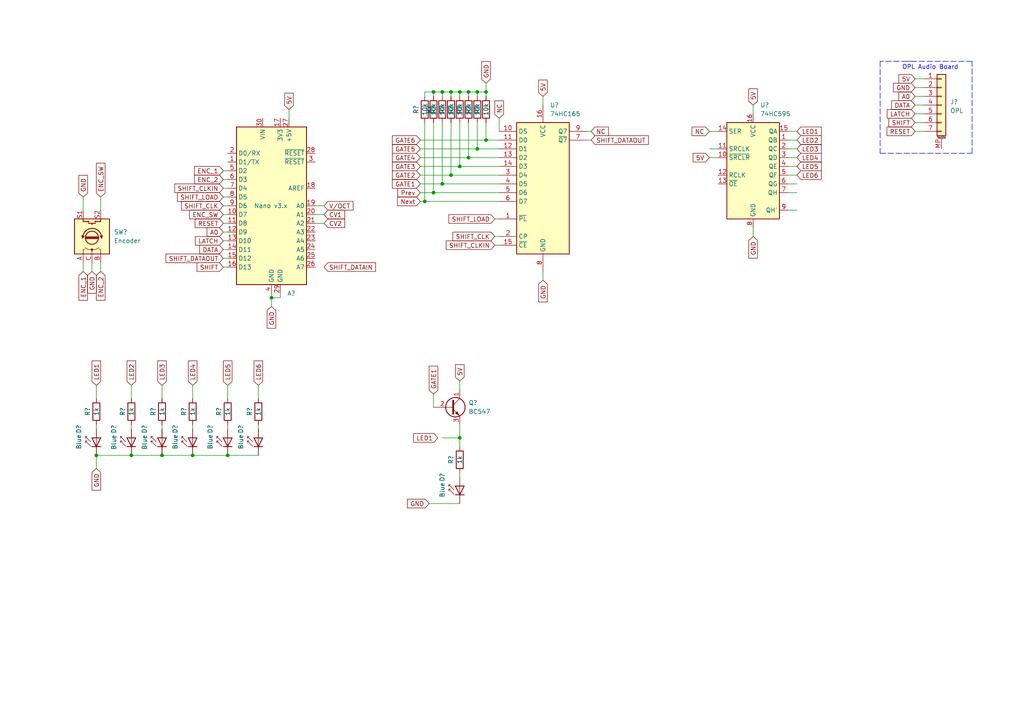
<source format=kicad_sch>
(kicad_sch (version 20211123) (generator eeschema)
  (paper "A4")
  (lib_symbols
    (symbol "74xx:74HC165"
      (property "Reference" "U" (at -7.62 19.05 0))
      (property "Value" "74HC165" (at -7.62 -21.59 0))
      (symbol "74HC165_1_0"
        (pin input line (at -12.7 -10.16 0) (length 5.08) (name "~{PL}") (number "1"))
        (pin input line (at -12.7 15.24 0) (length 5.08) (name "DS") (number "10"))
        (pin input line (at -12.7 12.7 0) (length 5.08) (name "D0") (number "11"))
        (pin input line (at -12.7 10.16 0) (length 5.08) (name "D1") (number "12"))
        (pin input line (at -12.7 7.62 0) (length 5.08) (name "D2") (number "13"))
        (pin input line (at -12.7 5.08 0) (length 5.08) (name "D3") (number "14"))
        (pin input line (at -12.7 -17.78 0) (length 5.08) (name "~{CE}") (number "15"))
        (pin power_in line (at 0 22.86 270) (length 5.08) (name "VCC") (number "16"))
        (pin input line (at -12.7 -15.24 0) (length 5.08) (name "CP") (number "2"))
        (pin input line (at -12.7 2.54 0) (length 5.08) (name "D4") (number "3"))
        (pin input line (at -12.7 0 0) (length 5.08) (name "D5") (number "4"))
        (pin input line (at -12.7 -2.54 0) (length 5.08) (name "D6") (number "5"))
        (pin input line (at -12.7 -5.08 0) (length 5.08) (name "D7") (number "6"))
        (pin output line (at 12.7 12.7 180) (length 5.08) (name "~{Q7}") (number "7"))
        (pin power_in line (at 0 -25.4 90) (length 5.08) (name "GND") (number "8"))
        (pin output line (at 12.7 15.24 180) (length 5.08) (name "Q7") (number "9"))
      )
      (symbol "74HC165_1_1"
        (rectangle (start -7.62 17.78) (end 7.62 -20.32) (stroke (width 0.254)) (fill (type background)))
      )
    )
    (symbol "74xx:74HC595"
      (property "Reference" "U" (at -7.62 13.97 0))
      (property "Value" "74HC595" (at -7.62 -16.51 0))
      (symbol "74HC595_1_0"
        (pin tri_state line (at 10.16 7.62 180) (length 2.54) (name "QB") (number "1"))
        (pin input line (at -10.16 2.54 0) (length 2.54) (name "~{SRCLR}") (number "10"))
        (pin input line (at -10.16 5.08 0) (length 2.54) (name "SRCLK") (number "11"))
        (pin input line (at -10.16 -2.54 0) (length 2.54) (name "RCLK") (number "12"))
        (pin input line (at -10.16 -5.08 0) (length 2.54) (name "~{OE}") (number "13"))
        (pin input line (at -10.16 10.16 0) (length 2.54) (name "SER") (number "14"))
        (pin tri_state line (at 10.16 10.16 180) (length 2.54) (name "QA") (number "15"))
        (pin power_in line (at 0 15.24 270) (length 2.54) (name "VCC") (number "16"))
        (pin tri_state line (at 10.16 5.08 180) (length 2.54) (name "QC") (number "2"))
        (pin tri_state line (at 10.16 2.54 180) (length 2.54) (name "QD") (number "3"))
        (pin tri_state line (at 10.16 0 180) (length 2.54) (name "QE") (number "4"))
        (pin tri_state line (at 10.16 -2.54 180) (length 2.54) (name "QF") (number "5"))
        (pin tri_state line (at 10.16 -5.08 180) (length 2.54) (name "QG") (number "6"))
        (pin tri_state line (at 10.16 -7.62 180) (length 2.54) (name "QH") (number "7"))
        (pin power_in line (at 0 -17.78 90) (length 2.54) (name "GND") (number "8"))
        (pin output line (at 10.16 -12.7 180) (length 2.54) (name "QH'") (number "9"))
      )
      (symbol "74HC595_1_1"
        (rectangle (start -7.62 12.7) (end 7.62 -15.24) (stroke (width 0.254)) (fill (type background)))
      )
    )
    (symbol "Connector_Generic_MountingPin:Conn_01x07_MountingPin" (pin_names (offset 1.016) hide)
      (property "Reference" "J" (at 0 10.16 0))
      (property "Value" "Conn_01x07_MountingPin" (at 1.27 -10.16 0))
      (symbol "Conn_01x07_MountingPin_1_1"
        (rectangle (start -1.27 -7.493) (end 0 -7.747) (stroke (width 0.1524)))
        (rectangle (start -1.27 -4.953) (end 0 -5.207) (stroke (width 0.1524)))
        (rectangle (start -1.27 -2.413) (end 0 -2.667) (stroke (width 0.1524)))
        (rectangle (start -1.27 0.127) (end 0 -0.127) (stroke (width 0.1524)))
        (rectangle (start -1.27 2.667) (end 0 2.413) (stroke (width 0.1524)))
        (rectangle (start -1.27 5.207) (end 0 4.953) (stroke (width 0.1524)))
        (rectangle (start -1.27 7.747) (end 0 7.493) (stroke (width 0.1524)))
        (rectangle (start -1.27 8.89) (end 1.27 -8.89) (stroke (width 0.254)) (fill (type background)))
        (polyline (pts (xy -1.016 -9.652) (xy 1.016 -9.652)) (stroke (width 0.1524)))
        (text "Mounting" (at 0 -9.271 0) (effects (font (size 0.381 0.381))))
        (pin passive line (at -5.08 7.62 0) (length 3.81) (name "Pin_1") (number "1"))
        (pin passive line (at -5.08 5.08 0) (length 3.81) (name "Pin_2") (number "2"))
        (pin passive line (at -5.08 2.54 0) (length 3.81) (name "Pin_3") (number "3"))
        (pin passive line (at -5.08 0 0) (length 3.81) (name "Pin_4") (number "4"))
        (pin passive line (at -5.08 -2.54 0) (length 3.81) (name "Pin_5") (number "5"))
        (pin passive line (at -5.08 -5.08 0) (length 3.81) (name "Pin_6") (number "6"))
        (pin passive line (at -5.08 -7.62 0) (length 3.81) (name "Pin_7") (number "7"))
        (pin passive line (at 0 -12.7 90) (length 3.048) (name "MountPin") (number "MP"))
      )
    )
    (symbol "Device:R" (pin_numbers hide) (pin_names (offset 0))
      (property "Reference" "R" (at 2.032 0 90))
      (property "Value" "R" (at 0 0 90))
      (symbol "R_0_1"
        (rectangle (start -1.016 -2.54) (end 1.016 2.54) (stroke (width 0.254)))
      )
      (symbol "R_1_1"
        (pin passive line (at 0 3.81 270) (length 1.27) (name "~") (number "1"))
        (pin passive line (at 0 -3.81 90) (length 1.27) (name "~") (number "2"))
      )
    )
    (symbol "Device:RotaryEncoder_Switch" (pin_names (offset 0.254) hide)
      (property "Reference" "SW" (at 0 6.604 0))
      (property "Value" "RotaryEncoder_Switch" (at 0 -6.604 0))
      (symbol "RotaryEncoder_Switch_0_1"
        (rectangle (start -5.08 5.08) (end 5.08 -5.08) (stroke (width 0.254)) (fill (type background)))
        (circle (center -3.81 0) (radius 0.254) (fill (type outline)))
        (arc (start -0.381 -2.794) (mid 2.3622 -0.0508) (end -0.381 2.667) (stroke (width 0.254)))
        (circle (center -0.381 0) (radius 1.905) (stroke (width 0.254)))
        (polyline (pts (xy -0.635 -1.778) (xy -0.635 1.778)) (stroke (width 0.254)))
        (polyline (pts (xy -0.381 -1.778) (xy -0.381 1.778)) (stroke (width 0.254)))
        (polyline (pts (xy -0.127 1.778) (xy -0.127 -1.778)) (stroke (width 0.254)))
        (polyline (pts (xy 3.81 0) (xy 3.429 0)) (stroke (width 0.254)))
        (polyline (pts (xy 3.81 1.016) (xy 3.81 -1.016)) (stroke (width 0.254)))
        (polyline (pts (xy -5.08 -2.54) (xy -3.81 -2.54) (xy -3.81 -2.032)))
        (polyline (pts (xy -5.08 2.54) (xy -3.81 2.54) (xy -3.81 2.032)))
        (polyline (pts (xy 0.254 -3.048) (xy -0.508 -2.794) (xy 0.127 -2.413)) (stroke (width 0.254)))
        (polyline (pts (xy 0.254 2.921) (xy -0.508 2.667) (xy 0.127 2.286)) (stroke (width 0.254)))
        (polyline (pts (xy 5.08 -2.54) (xy 4.318 -2.54) (xy 4.318 -1.016)) (stroke (width 0.254)))
        (polyline (pts (xy 5.08 2.54) (xy 4.318 2.54) (xy 4.318 1.016)) (stroke (width 0.254)))
        (polyline (pts (xy -5.08 0) (xy -3.81 0) (xy -3.81 -1.016) (xy -3.302 -2.032)))
        (polyline (pts (xy -4.318 0) (xy -3.81 0) (xy -3.81 1.016) (xy -3.302 2.032)))
        (circle (center 4.318 -1.016) (radius 0.127) (stroke (width 0.254)))
        (circle (center 4.318 1.016) (radius 0.127) (stroke (width 0.254)))
      )
      (symbol "RotaryEncoder_Switch_1_1"
        (pin passive line (at -7.62 2.54 0) (length 2.54) (name "A") (number "A"))
        (pin passive line (at -7.62 -2.54 0) (length 2.54) (name "B") (number "B"))
        (pin passive line (at -7.62 0 0) (length 2.54) (name "C") (number "C"))
        (pin passive line (at 7.62 2.54 180) (length 2.54) (name "S1") (number "S1"))
        (pin passive line (at 7.62 -2.54 180) (length 2.54) (name "S2") (number "S2"))
      )
    )
    (symbol "LED:IR204A" (pin_numbers hide) (pin_names (offset 1.016) hide)
      (property "Reference" "D" (at 0.508 1.778 0))
      (property "Value" "IR204A" (at -1.016 -2.794 0))
      (symbol "IR204A_0_1"
        (polyline (pts (xy -2.54 1.27) (xy -2.54 -1.27)) (stroke (width 0.254)))
        (polyline (pts (xy 0 0) (xy -2.54 0)))
        (polyline (pts (xy 0.381 3.175) (xy -0.127 3.175)))
        (polyline (pts (xy -1.143 1.651) (xy 0.381 3.175) (xy 0.381 2.667)))
        (polyline (pts (xy 0 1.27) (xy -2.54 0) (xy 0 -1.27) (xy 0 1.27)) (stroke (width 0.254)))
        (polyline (pts (xy -2.413 1.651) (xy -0.889 3.175) (xy -0.889 2.667) (xy -0.889 3.175) (xy -1.397 3.175)))
      )
      (symbol "IR204A_1_1"
        (pin passive line (at -5.08 0 0) (length 2.54) (name "K") (number "1"))
        (pin passive line (at 2.54 0 180) (length 2.54) (name "A") (number "2"))
      )
    )
    (symbol "MCU_Module:Arduino_Nano_v3.x"
      (property "Reference" "A" (at -10.16 23.495 0))
      (property "Value" "Arduino_Nano_v3.x" (at 5.08 -24.13 0))
      (symbol "Arduino_Nano_v3.x_0_1"
        (rectangle (start -10.16 22.86) (end 10.16 -22.86) (stroke (width 0.254)) (fill (type background)))
      )
      (symbol "Arduino_Nano_v3.x_1_1"
        (pin bidirectional line (at -12.7 12.7 0) (length 2.54) (name "D1/TX") (number "1"))
        (pin bidirectional line (at -12.7 -2.54 0) (length 2.54) (name "D7") (number "10"))
        (pin bidirectional line (at -12.7 -5.08 0) (length 2.54) (name "D8") (number "11"))
        (pin bidirectional line (at -12.7 -7.62 0) (length 2.54) (name "D9") (number "12"))
        (pin bidirectional line (at -12.7 -10.16 0) (length 2.54) (name "D10") (number "13"))
        (pin bidirectional line (at -12.7 -12.7 0) (length 2.54) (name "D11") (number "14"))
        (pin bidirectional line (at -12.7 -15.24 0) (length 2.54) (name "D12") (number "15"))
        (pin bidirectional line (at -12.7 -17.78 0) (length 2.54) (name "D13") (number "16"))
        (pin power_out line (at 2.54 25.4 270) (length 2.54) (name "3V3") (number "17"))
        (pin input line (at 12.7 5.08 180) (length 2.54) (name "AREF") (number "18"))
        (pin bidirectional line (at 12.7 0 180) (length 2.54) (name "A0") (number "19"))
        (pin bidirectional line (at -12.7 15.24 0) (length 2.54) (name "D0/RX") (number "2"))
        (pin bidirectional line (at 12.7 -2.54 180) (length 2.54) (name "A1") (number "20"))
        (pin bidirectional line (at 12.7 -5.08 180) (length 2.54) (name "A2") (number "21"))
        (pin bidirectional line (at 12.7 -7.62 180) (length 2.54) (name "A3") (number "22"))
        (pin bidirectional line (at 12.7 -10.16 180) (length 2.54) (name "A4") (number "23"))
        (pin bidirectional line (at 12.7 -12.7 180) (length 2.54) (name "A5") (number "24"))
        (pin bidirectional line (at 12.7 -15.24 180) (length 2.54) (name "A6") (number "25"))
        (pin bidirectional line (at 12.7 -17.78 180) (length 2.54) (name "A7") (number "26"))
        (pin power_out line (at 5.08 25.4 270) (length 2.54) (name "+5V") (number "27"))
        (pin input line (at 12.7 15.24 180) (length 2.54) (name "~{RESET}") (number "28"))
        (pin power_in line (at 2.54 -25.4 90) (length 2.54) (name "GND") (number "29"))
        (pin input line (at 12.7 12.7 180) (length 2.54) (name "~{RESET}") (number "3"))
        (pin power_in line (at -2.54 25.4 270) (length 2.54) (name "VIN") (number "30"))
        (pin power_in line (at 0 -25.4 90) (length 2.54) (name "GND") (number "4"))
        (pin bidirectional line (at -12.7 10.16 0) (length 2.54) (name "D2") (number "5"))
        (pin bidirectional line (at -12.7 7.62 0) (length 2.54) (name "D3") (number "6"))
        (pin bidirectional line (at -12.7 5.08 0) (length 2.54) (name "D4") (number "7"))
        (pin bidirectional line (at -12.7 2.54 0) (length 2.54) (name "D5") (number "8"))
        (pin bidirectional line (at -12.7 0 0) (length 2.54) (name "D6") (number "9"))
      )
    )
    (symbol "Transistor_BJT:BC547" (pin_names (offset 0) hide)
      (property "Reference" "Q" (at 5.08 1.905 0))
      (property "Value" "BC547" (at 5.08 0 0))
      (symbol "BC547_0_1"
        (polyline (pts (xy 0 0) (xy 0.635 0)))
        (polyline (pts (xy 0.635 0.635) (xy 2.54 2.54)))
        (polyline (pts (xy 0.635 -0.635) (xy 2.54 -2.54) (xy 2.54 -2.54)))
        (polyline (pts (xy 0.635 1.905) (xy 0.635 -1.905) (xy 0.635 -1.905)) (stroke (width 0.508)))
        (polyline (pts (xy 1.27 -1.778) (xy 1.778 -1.27) (xy 2.286 -2.286) (xy 1.27 -1.778) (xy 1.27 -1.778)) (fill (type outline)))
        (circle (center 1.27 0) (radius 2.8194) (stroke (width 0.254)))
      )
      (symbol "BC547_1_1"
        (pin passive line (at 2.54 5.08 270) (length 2.54) (name "C") (number "1"))
        (pin input line (at -5.08 0 0) (length 5.08) (name "B") (number "2"))
        (pin passive line (at 2.54 -5.08 90) (length 2.54) (name "E") (number "3"))
      )
    )
  )
  (junction (at 27.94 132.08))
  (junction (at 66.04 132.08))
  (junction (at 133.35 26.67))
  (junction (at 135.89 45.72))
  (junction (at 130.81 50.8))
  (junction (at 78.74 86.36))
  (junction (at 140.97 40.64))
  (junction (at 38.1 132.08))
  (junction (at 135.89 26.67))
  (junction (at 55.88 132.08))
  (junction (at 140.97 26.67))
  (junction (at 128.27 53.34))
  (junction (at 46.99 132.08))
  (junction (at 138.43 43.18))
  (junction (at 133.35 127))
  (junction (at 125.73 55.88))
  (junction (at 125.73 26.67))
  (junction (at 128.27 26.67))
  (junction (at 138.43 26.67))
  (junction (at 123.19 58.42))
  (junction (at 133.35 48.26))
  (junction (at 130.81 26.67))
  (wire (pts (xy 64.77 52.07) (xy 66.04 52.07)))
  (wire (pts (xy 157.48 27.94) (xy 157.48 30.48)))
  (wire (pts (xy 130.81 35.56) (xy 130.81 50.8)))
  (wire (pts (xy 64.77 59.69) (xy 66.04 59.69)))
  (wire (pts (xy 144.78 34.29) (xy 144.78 38.1)))
  (wire (pts (xy 64.77 69.85) (xy 66.04 69.85)))
  (wire (pts (xy 125.73 55.88) (xy 144.78 55.88)))
  (wire (pts (xy 135.89 45.72) (xy 144.78 45.72)))
  (wire (pts (xy 91.44 64.77) (xy 93.98 64.77)))
  (wire (pts (xy 228.6 40.64) (xy 231.14 40.64)))
  (wire (pts (xy 38.1 111.76) (xy 38.1 115.57)))
  (wire (pts (xy 133.35 110.49) (xy 133.35 113.03)))
  (wire (pts (xy 228.6 48.26) (xy 231.14 48.26)))
  (wire (pts (xy 91.44 62.23) (xy 93.98 62.23)))
  (wire (pts (xy 121.92 45.72) (xy 135.89 45.72)))
  (wire (pts (xy 133.35 123.19) (xy 133.35 127)))
  (wire (pts (xy 265.43 27.94) (xy 267.97 27.94)))
  (polyline (pts (xy 255.27 17.78) (xy 255.27 44.45)))
  (wire (pts (xy 24.13 76.2) (xy 24.13 78.74)))
  (wire (pts (xy 55.88 111.76) (xy 55.88 115.57)))
  (wire (pts (xy 133.35 35.56) (xy 133.35 48.26)))
  (wire (pts (xy 128.27 53.34) (xy 144.78 53.34)))
  (wire (pts (xy 55.88 132.08) (xy 66.04 132.08)))
  (wire (pts (xy 218.44 66.04) (xy 218.44 68.58)))
  (wire (pts (xy 205.74 45.72) (xy 208.28 45.72)))
  (wire (pts (xy 91.44 59.69) (xy 93.98 59.69)))
  (wire (pts (xy 123.19 26.67) (xy 125.73 26.67)))
  (wire (pts (xy 138.43 43.18) (xy 144.78 43.18)))
  (polyline (pts (xy 255.27 44.45) (xy 281.94 44.45)))
  (wire (pts (xy 135.89 26.67) (xy 138.43 26.67)))
  (wire (pts (xy 27.94 124.46) (xy 27.94 123.19)))
  (wire (pts (xy 121.92 43.18) (xy 138.43 43.18)))
  (wire (pts (xy 123.19 27.94) (xy 123.19 26.67)))
  (wire (pts (xy 140.97 24.13) (xy 140.97 26.67)))
  (wire (pts (xy 138.43 27.94) (xy 138.43 26.67)))
  (wire (pts (xy 121.92 53.34) (xy 128.27 53.34)))
  (wire (pts (xy 64.77 64.77) (xy 66.04 64.77)))
  (wire (pts (xy 133.35 138.43) (xy 133.35 137.16)))
  (wire (pts (xy 64.77 67.31) (xy 66.04 67.31)))
  (wire (pts (xy 29.21 57.15) (xy 29.21 60.96)))
  (wire (pts (xy 143.51 63.5) (xy 144.78 63.5)))
  (wire (pts (xy 130.81 26.67) (xy 133.35 26.67)))
  (wire (pts (xy 143.51 68.58) (xy 144.78 68.58)))
  (wire (pts (xy 27.94 111.76) (xy 27.94 115.57)))
  (wire (pts (xy 228.6 53.34) (xy 231.14 53.34)))
  (wire (pts (xy 228.6 38.1) (xy 231.14 38.1)))
  (wire (pts (xy 133.35 26.67) (xy 135.89 26.67)))
  (wire (pts (xy 46.99 124.46) (xy 46.99 123.19)))
  (polyline (pts (xy 281.94 17.78) (xy 262.89 17.78)))
  (wire (pts (xy 64.77 57.15) (xy 66.04 57.15)))
  (wire (pts (xy 140.97 40.64) (xy 144.78 40.64)))
  (wire (pts (xy 133.35 27.94) (xy 133.35 26.67)))
  (wire (pts (xy 83.82 31.75) (xy 83.82 34.29)))
  (wire (pts (xy 265.43 35.56) (xy 267.97 35.56)))
  (wire (pts (xy 265.43 38.1) (xy 267.97 38.1)))
  (wire (pts (xy 205.74 38.1) (xy 208.28 38.1)))
  (wire (pts (xy 26.67 76.2) (xy 26.67 78.74)))
  (wire (pts (xy 46.99 132.08) (xy 55.88 132.08)))
  (wire (pts (xy 121.92 40.64) (xy 140.97 40.64)))
  (wire (pts (xy 121.92 50.8) (xy 130.81 50.8)))
  (wire (pts (xy 228.6 43.18) (xy 231.14 43.18)))
  (wire (pts (xy 228.6 50.8) (xy 231.14 50.8)))
  (wire (pts (xy 265.43 30.48) (xy 267.97 30.48)))
  (wire (pts (xy 140.97 26.67) (xy 140.97 27.94)))
  (wire (pts (xy 124.46 146.05) (xy 133.35 146.05)))
  (wire (pts (xy 125.73 27.94) (xy 125.73 26.67)))
  (wire (pts (xy 27.94 132.08) (xy 27.94 135.89)))
  (polyline (pts (xy 265.43 17.78) (xy 255.27 17.78)))
  (wire (pts (xy 81.28 86.36) (xy 78.74 86.36)))
  (wire (pts (xy 66.04 111.76) (xy 66.04 115.57)))
  (wire (pts (xy 125.73 35.56) (xy 125.73 55.88)))
  (wire (pts (xy 78.74 86.36) (xy 78.74 88.9)))
  (wire (pts (xy 66.04 124.46) (xy 66.04 123.19)))
  (wire (pts (xy 27.94 132.08) (xy 38.1 132.08)))
  (wire (pts (xy 123.19 58.42) (xy 144.78 58.42)))
  (wire (pts (xy 228.6 55.88) (xy 231.14 55.88)))
  (wire (pts (xy 64.77 77.47) (xy 66.04 77.47)))
  (wire (pts (xy 81.28 85.09) (xy 81.28 86.36)))
  (wire (pts (xy 130.81 50.8) (xy 144.78 50.8)))
  (wire (pts (xy 228.6 60.96) (xy 231.14 60.96)))
  (wire (pts (xy 64.77 49.53) (xy 66.04 49.53)))
  (wire (pts (xy 265.43 33.02) (xy 267.97 33.02)))
  (wire (pts (xy 140.97 35.56) (xy 140.97 40.64)))
  (wire (pts (xy 64.77 72.39) (xy 66.04 72.39)))
  (wire (pts (xy 64.77 62.23) (xy 66.04 62.23)))
  (wire (pts (xy 128.27 26.67) (xy 130.81 26.67)))
  (wire (pts (xy 138.43 26.67) (xy 140.97 26.67)))
  (wire (pts (xy 64.77 54.61) (xy 66.04 54.61)))
  (wire (pts (xy 38.1 132.08) (xy 46.99 132.08)))
  (wire (pts (xy 38.1 124.46) (xy 38.1 123.19)))
  (wire (pts (xy 170.18 40.64) (xy 171.45 40.64)))
  (wire (pts (xy 265.43 25.4) (xy 267.97 25.4)))
  (wire (pts (xy 135.89 35.56) (xy 135.89 45.72)))
  (wire (pts (xy 130.81 27.94) (xy 130.81 26.67)))
  (wire (pts (xy 121.92 55.88) (xy 125.73 55.88)))
  (wire (pts (xy 218.44 30.48) (xy 218.44 33.02)))
  (wire (pts (xy 66.04 132.08) (xy 74.93 132.08)))
  (wire (pts (xy 265.43 22.86) (xy 267.97 22.86)))
  (wire (pts (xy 157.48 78.74) (xy 157.48 81.28)))
  (wire (pts (xy 125.73 26.67) (xy 128.27 26.67)))
  (wire (pts (xy 138.43 35.56) (xy 138.43 43.18)))
  (polyline (pts (xy 281.94 44.45) (xy 281.94 17.78)))
  (wire (pts (xy 128.27 27.94) (xy 128.27 26.67)))
  (wire (pts (xy 123.19 35.56) (xy 123.19 58.42)))
  (wire (pts (xy 24.13 57.15) (xy 24.13 60.96)))
  (wire (pts (xy 143.51 71.12) (xy 144.78 71.12)))
  (wire (pts (xy 135.89 27.94) (xy 135.89 26.67)))
  (wire (pts (xy 55.88 124.46) (xy 55.88 123.19)))
  (wire (pts (xy 46.99 111.76) (xy 46.99 115.57)))
  (wire (pts (xy 128.27 127) (xy 133.35 127)))
  (wire (pts (xy 205.74 43.18) (xy 208.28 43.18)))
  (wire (pts (xy 74.93 124.46) (xy 74.93 123.19)))
  (wire (pts (xy 133.35 127) (xy 133.35 129.54)))
  (wire (pts (xy 64.77 74.93) (xy 66.04 74.93)))
  (wire (pts (xy 78.74 85.09) (xy 78.74 86.36)))
  (wire (pts (xy 133.35 48.26) (xy 144.78 48.26)))
  (wire (pts (xy 29.21 76.2) (xy 29.21 78.74)))
  (wire (pts (xy 228.6 45.72) (xy 231.14 45.72)))
  (wire (pts (xy 121.92 48.26) (xy 133.35 48.26)))
  (wire (pts (xy 170.18 38.1) (xy 171.45 38.1)))
  (wire (pts (xy 125.73 114.3) (xy 125.73 118.11)))
  (wire (pts (xy 128.27 35.56) (xy 128.27 53.34)))
  (wire (pts (xy 74.93 111.76) (xy 74.93 115.57)))
  (wire (pts (xy 121.92 58.42) (xy 123.19 58.42)))
  (text "OPL Audio Board" (at 261.62 20.32 0) (effects (font (size 1.27 1.27)) (justify left bottom)))
  (global_label "GND" (shape input) (at 124.46 146.05 180) (property "Intersheet References" "${INTERSHEET_REFS}" (effects hide)))
  (global_label "SHIFT_DATAIN" (shape input) (at 93.98 77.47 0) (property "Intersheet References" "${INTERSHEET_REFS}" (effects hide)))
  (global_label "GND" (shape input) (at 24.13 57.15 90) (property "Intersheet References" "${INTERSHEET_REFS}" (effects hide)))
  (global_label "GND" (shape input) (at 265.43 25.4 180) (property "Intersheet References" "${INTERSHEET_REFS}" (effects hide)))
  (global_label "LED5" (shape input) (at 231.14 48.26 0) (property "Intersheet References" "${INTERSHEET_REFS}" (effects hide)))
  (global_label "LED6" (shape input) (at 74.93 111.76 90) (property "Intersheet References" "${INTERSHEET_REFS}" (effects hide)))
  (global_label "NC" (shape input) (at 205.74 38.1 180) (property "Intersheet References" "${INTERSHEET_REFS}" (effects hide)))
  (global_label "GATE2" (shape input) (at 121.92 50.8 180) (property "Intersheet References" "${INTERSHEET_REFS}" (effects hide)))
  (global_label "DATA" (shape input) (at 265.43 30.48 180) (property "Intersheet References" "${INTERSHEET_REFS}" (effects hide)))
  (global_label "DATA" (shape input) (at 64.77 72.39 180) (property "Intersheet References" "${INTERSHEET_REFS}" (effects hide)))
  (global_label "LED3" (shape input) (at 231.14 43.18 0) (property "Intersheet References" "${INTERSHEET_REFS}" (effects hide)))
  (global_label "LED6" (shape input) (at 231.14 50.8 0) (property "Intersheet References" "${INTERSHEET_REFS}" (effects hide)))
  (global_label "LED2" (shape input) (at 38.1 111.76 90) (property "Intersheet References" "${INTERSHEET_REFS}" (effects hide)))
  (global_label "GATE6" (shape input) (at 121.92 40.64 180) (property "Intersheet References" "${INTERSHEET_REFS}" (effects hide)))
  (global_label "5V" (shape input) (at 83.82 31.75 90) (property "Intersheet References" "${INTERSHEET_REFS}" (effects hide)))
  (global_label "LATCH" (shape input) (at 265.43 33.02 180) (property "Intersheet References" "${INTERSHEET_REFS}" (effects hide)))
  (global_label "V{slash}OCT" (shape input) (at 93.98 59.69 0) (property "Intersheet References" "${INTERSHEET_REFS}" (effects hide)))
  (global_label "LED1" (shape input) (at 27.94 111.76 90) (property "Intersheet References" "${INTERSHEET_REFS}" (effects hide)))
  (global_label "CV1" (shape input) (at 93.98 62.23 0) (property "Intersheet References" "${INTERSHEET_REFS}" (effects hide)))
  (global_label "SHIFT_CLK" (shape input) (at 64.77 59.69 180) (property "Intersheet References" "${INTERSHEET_REFS}" (effects hide)))
  (global_label "ENC_2" (shape input) (at 29.21 78.74 270) (property "Intersheet References" "${INTERSHEET_REFS}" (effects hide)))
  (global_label "5V" (shape input) (at 157.48 27.94 90) (property "Intersheet References" "${INTERSHEET_REFS}" (effects hide)))
  (global_label "GND" (shape input) (at 78.74 88.9 270) (property "Intersheet References" "${INTERSHEET_REFS}" (effects hide)))
  (global_label "LED1" (shape input) (at 127 127 180) (property "Intersheet References" "${INTERSHEET_REFS}" (effects hide)))
  (global_label "GATE1" (shape input) (at 121.92 53.34 180) (property "Intersheet References" "${INTERSHEET_REFS}" (effects hide)))
  (global_label "GND" (shape input) (at 26.67 78.74 270) (property "Intersheet References" "${INTERSHEET_REFS}" (effects hide)))
  (global_label "SHIFT_CLKIN" (shape input) (at 64.77 54.61 180) (property "Intersheet References" "${INTERSHEET_REFS}" (effects hide)))
  (global_label "SHIFT" (shape input) (at 265.43 35.56 180) (property "Intersheet References" "${INTERSHEET_REFS}" (effects hide)))
  (global_label "5V" (shape input) (at 218.44 30.48 90) (property "Intersheet References" "${INTERSHEET_REFS}" (effects hide)))
  (global_label "GND" (shape input) (at 157.48 81.28 270) (property "Intersheet References" "${INTERSHEET_REFS}" (effects hide)))
  (global_label "RESET" (shape input) (at 265.43 38.1 180) (property "Intersheet References" "${INTERSHEET_REFS}" (effects hide)))
  (global_label "5V" (shape input) (at 205.74 45.72 180) (property "Intersheet References" "${INTERSHEET_REFS}" (effects hide)))
  (global_label "GND" (shape input) (at 218.44 68.58 270) (property "Intersheet References" "${INTERSHEET_REFS}" (effects hide)))
  (global_label "5V" (shape input) (at 265.43 22.86 180) (property "Intersheet References" "${INTERSHEET_REFS}" (effects hide)))
  (global_label "LATCH" (shape input) (at 64.77 69.85 180) (property "Intersheet References" "${INTERSHEET_REFS}" (effects hide)))
  (global_label "LED2" (shape input) (at 231.14 40.64 0) (property "Intersheet References" "${INTERSHEET_REFS}" (effects hide)))
  (global_label "SHIFT_DATAOUT" (shape input) (at 64.77 74.93 180) (property "Intersheet References" "${INTERSHEET_REFS}" (effects hide)))
  (global_label "ENC_1" (shape input) (at 64.77 49.53 180) (property "Intersheet References" "${INTERSHEET_REFS}" (effects hide)))
  (global_label "SHIFT" (shape input) (at 64.77 77.47 180) (property "Intersheet References" "${INTERSHEET_REFS}" (effects hide)))
  (global_label "Prev" (shape input) (at 121.92 55.88 180) (property "Intersheet References" "${INTERSHEET_REFS}" (effects hide)))
  (global_label "RESET" (shape input) (at 64.77 64.77 180) (property "Intersheet References" "${INTERSHEET_REFS}" (effects hide)))
  (global_label "NC" (shape input) (at 144.78 34.29 90) (property "Intersheet References" "${INTERSHEET_REFS}" (effects hide)))
  (global_label "SHIFT_LOAD" (shape input) (at 143.51 63.5 180) (property "Intersheet References" "${INTERSHEET_REFS}" (effects hide)))
  (global_label "SHIFT_CLK" (shape input) (at 143.51 68.58 180) (property "Intersheet References" "${INTERSHEET_REFS}" (effects hide)))
  (global_label "5V" (shape input) (at 133.35 110.49 90) (property "Intersheet References" "${INTERSHEET_REFS}" (effects hide)))
  (global_label "SHIFT_LOAD" (shape input) (at 64.77 57.15 180) (property "Intersheet References" "${INTERSHEET_REFS}" (effects hide)))
  (global_label "GATE5" (shape input) (at 121.92 43.18 180) (property "Intersheet References" "${INTERSHEET_REFS}" (effects hide)))
  (global_label "A0" (shape input) (at 265.43 27.94 180) (property "Intersheet References" "${INTERSHEET_REFS}" (effects hide)))
  (global_label "GATE1" (shape input) (at 125.73 114.3 90) (property "Intersheet References" "${INTERSHEET_REFS}" (effects hide)))
  (global_label "GATE4" (shape input) (at 121.92 45.72 180) (property "Intersheet References" "${INTERSHEET_REFS}" (effects hide)))
  (global_label "ENC_SW" (shape input) (at 64.77 62.23 180) (property "Intersheet References" "${INTERSHEET_REFS}" (effects hide)))
  (global_label "GND" (shape input) (at 140.97 24.13 90) (property "Intersheet References" "${INTERSHEET_REFS}" (effects hide)))
  (global_label "ENC_2" (shape input) (at 64.77 52.07 180) (property "Intersheet References" "${INTERSHEET_REFS}" (effects hide)))
  (global_label "LED3" (shape input) (at 46.99 111.76 90) (property "Intersheet References" "${INTERSHEET_REFS}" (effects hide)))
  (global_label "SHIFT_CLKIN" (shape input) (at 143.51 71.12 180) (property "Intersheet References" "${INTERSHEET_REFS}" (effects hide)))
  (global_label "LED4" (shape input) (at 55.88 111.76 90) (property "Intersheet References" "${INTERSHEET_REFS}" (effects hide)))
  (global_label "ENC_SW" (shape input) (at 29.21 57.15 90) (property "Intersheet References" "${INTERSHEET_REFS}" (effects hide)))
  (global_label "LED5" (shape input) (at 66.04 111.76 90) (property "Intersheet References" "${INTERSHEET_REFS}" (effects hide)))
  (global_label "LED4" (shape input) (at 231.14 45.72 0) (property "Intersheet References" "${INTERSHEET_REFS}" (effects hide)))
  (global_label "SHIFT_DATAOUT" (shape input) (at 171.45 40.64 0) (property "Intersheet References" "${INTERSHEET_REFS}" (effects hide)))
  (global_label "ENC_1" (shape input) (at 24.13 78.74 270) (property "Intersheet References" "${INTERSHEET_REFS}" (effects hide)))
  (global_label "CV2" (shape input) (at 93.98 64.77 0) (property "Intersheet References" "${INTERSHEET_REFS}" (effects hide)))
  (global_label "Next" (shape input) (at 121.92 58.42 180) (property "Intersheet References" "${INTERSHEET_REFS}" (effects hide)))
  (global_label "GATE3" (shape input) (at 121.92 48.26 180) (property "Intersheet References" "${INTERSHEET_REFS}" (effects hide)))
  (global_label "NC" (shape input) (at 171.45 38.1 0) (property "Intersheet References" "${INTERSHEET_REFS}" (effects hide)))
  (global_label "GND" (shape input) (at 27.94 135.89 270) (property "Intersheet References" "${INTERSHEET_REFS}" (effects hide)))
  (global_label "A0" (shape input) (at 64.77 67.31 180) (property "Intersheet References" "${INTERSHEET_REFS}" (effects hide)))
  (global_label "LED1" (shape input) (at 231.14 38.1 0) (property "Intersheet References" "${INTERSHEET_REFS}" (effects hide)))
  (symbol (lib_id "Device:R") (at 38.1 119.38 180) (unit 1)
    (property "Reference" "R?" (at 35.56 119.38 90))
    (property "Value" "1k" (at 38.1 119.38 90))
  )
  (symbol (lib_id "Device:RotaryEncoder_Switch") (at 26.67 68.58 90) (unit 1)
    (property "Reference" "SW?" (at 33.02 67.3099 90) (effects (justify right)))
    (property "Value" "Encoder" (at 33.02 69.8499 90) (effects (justify right)))
  )
  (symbol (lib_id "LED:IR204A") (at 55.88 127 90) (unit 1)
    (property "Reference" "D?" (at 50.8 124.46 0))
    (property "Value" "Blue" (at 50.8 128.143 0))
    (property "Footprint" "LED_THT:LED_D3.0mm_IRBlack" (effects hide))
    (property "Datasheet" "http://www.everlight.com/file/ProductFile/IR204-A.pdf" (effects hide))
  )
  (symbol (lib_id "Device:R") (at 140.97 31.75 0) (unit 1)
    (property "Reference" "R?" (at 138.43 31.75 90))
    (property "Value" "10k" (at 140.97 31.75 90))
  )
  (symbol (lib_id "Device:R") (at 128.27 31.75 0) (unit 1)
    (property "Reference" "R?" (at 125.73 31.75 90))
    (property "Value" "10k" (at 128.27 31.75 90))
  )
  (symbol (lib_id "LED:IR204A") (at 27.94 127 90) (unit 1)
    (property "Reference" "D?" (at 22.86 124.46 0))
    (property "Value" "Blue" (at 22.86 128.143 0))
    (property "Footprint" "LED_THT:LED_D3.0mm_IRBlack" (effects hide))
    (property "Datasheet" "http://www.everlight.com/file/ProductFile/IR204-A.pdf" (effects hide))
  )
  (symbol (lib_id "MCU_Module:Arduino_Nano_v3.x") (at 78.74 59.69 0) (unit 1)
    (property "Reference" "A?" (at 83.2994 85.09 0) (effects (justify left)))
    (property "Value" "Nano v3.x" (at 73.66 59.69 0) (effects (justify left)))
    (property "Footprint" "Module:Arduino_Nano" (effects hide))
    (property "Datasheet" "http://www.mouser.com/pdfdocs/Gravitech_Arduino_Nano3_0.pdf" (effects hide))
  )
  (symbol (lib_id "Device:R") (at 135.89 31.75 0) (unit 1)
    (property "Reference" "R?" (at 133.35 31.75 90))
    (property "Value" "10k" (at 135.89 31.75 90))
  )
  (symbol (lib_id "Device:R") (at 138.43 31.75 0) (unit 1)
    (property "Reference" "R?" (at 135.89 31.75 90))
    (property "Value" "10k" (at 138.43 31.75 90))
  )
  (symbol (lib_id "Connector_Generic_MountingPin:Conn_01x07_MountingPin") (at 273.05 30.48 0) (unit 1)
    (property "Reference" "J?" (at 275.59 29.5655 0) (effects (justify left)))
    (property "Value" "OPL" (at 275.59 32.1055 0) (effects (justify left)))
  )
  (symbol (lib_id "Device:R") (at 46.99 119.38 180) (unit 1)
    (property "Reference" "R?" (at 44.45 119.38 90))
    (property "Value" "1k" (at 46.99 119.38 90))
  )
  (symbol (lib_id "Device:R") (at 123.19 31.75 0) (unit 1)
    (property "Reference" "R?" (at 120.65 31.75 90))
    (property "Value" "10k" (at 123.19 31.75 90))
  )
  (symbol (lib_id "Device:R") (at 66.04 119.38 180) (unit 1)
    (property "Reference" "R?" (at 63.5 119.38 90))
    (property "Value" "1k" (at 66.04 119.38 90))
  )
  (symbol (lib_id "LED:IR204A") (at 66.04 127 90) (unit 1)
    (property "Reference" "D?" (at 60.96 124.46 0))
    (property "Value" "Blue" (at 60.96 128.143 0))
    (property "Footprint" "LED_THT:LED_D3.0mm_IRBlack" (effects hide))
    (property "Datasheet" "http://www.everlight.com/file/ProductFile/IR204-A.pdf" (effects hide))
  )
  (symbol (lib_id "Device:R") (at 27.94 119.38 180) (unit 1)
    (property "Reference" "R?" (at 25.4 119.38 90))
    (property "Value" "1k" (at 27.94 119.38 90))
  )
  (symbol (lib_id "Device:R") (at 130.81 31.75 0) (unit 1)
    (property "Reference" "R?" (at 128.27 31.75 90))
    (property "Value" "10k" (at 130.81 31.75 90))
  )
  (symbol (lib_id "LED:IR204A") (at 74.93 127 90) (unit 1)
    (property "Reference" "D?" (at 69.85 124.46 0))
    (property "Value" "Blue" (at 69.85 128.143 0))
    (property "Footprint" "LED_THT:LED_D3.0mm_IRBlack" (effects hide))
    (property "Datasheet" "http://www.everlight.com/file/ProductFile/IR204-A.pdf" (effects hide))
  )
  (symbol (lib_id "LED:IR204A") (at 46.99 127 90) (unit 1)
    (property "Reference" "D?" (at 41.91 124.46 0))
    (property "Value" "Blue" (at 41.91 128.27 0))
    (property "Footprint" "LED_THT:LED_D3.0mm_IRBlack" (effects hide))
    (property "Datasheet" "http://www.everlight.com/file/ProductFile/IR204-A.pdf" (effects hide))
  )
  (symbol (lib_id "LED:IR204A") (at 38.1 127 90) (unit 1)
    (property "Reference" "D?" (at 33.02 124.46 0))
    (property "Value" "Blue" (at 33.02 128.27 0))
    (property "Footprint" "LED_THT:LED_D3.0mm_IRBlack" (effects hide))
    (property "Datasheet" "http://www.everlight.com/file/ProductFile/IR204-A.pdf" (effects hide))
  )
  (symbol (lib_id "Device:R") (at 133.35 31.75 0) (unit 1)
    (property "Reference" "R?" (at 130.81 31.75 90))
    (property "Value" "10k" (at 133.35 31.75 90))
  )
  (symbol (lib_id "74xx:74HC165") (at 157.48 53.34 0) (unit 1)
    (property "Reference" "U?" (at 159.4994 30.48 0) (effects (justify left)))
    (property "Value" "74HC165" (at 159.4994 33.02 0) (effects (justify left)))
    (property "Datasheet" "https://assets.nexperia.com/documents/data-sheet/74HC_HCT165.pdf" (effects hide))
  )
  (symbol (lib_id "Device:R") (at 55.88 119.38 180) (unit 1)
    (property "Reference" "R?" (at 53.34 119.38 90))
    (property "Value" "1k" (at 55.88 119.38 90))
  )
  (symbol (lib_id "LED:IR204A") (at 133.35 140.97 90) (unit 1)
    (property "Reference" "D?" (at 128.27 138.43 0))
    (property "Value" "Blue" (at 128.27 142.113 0))
    (property "Footprint" "LED_THT:LED_D3.0mm_IRBlack" (effects hide))
    (property "Datasheet" "http://www.everlight.com/file/ProductFile/IR204-A.pdf" (effects hide))
  )
  (symbol (lib_id "Device:R") (at 133.35 133.35 180) (unit 1)
    (property "Reference" "R?" (at 130.81 133.35 90))
    (property "Value" "1k" (at 133.35 133.35 90))
  )
  (symbol (lib_id "74xx:74HC595") (at 218.44 48.26 0) (unit 1)
    (property "Reference" "U?" (at 220.4594 30.48 0) (effects (justify left)))
    (property "Value" "74HC595" (at 220.4594 33.02 0) (effects (justify left)))
    (property "Datasheet" "http://www.ti.com/lit/ds/symlink/sn74hc595.pdf" (effects hide))
  )
  (symbol (lib_id "Device:R") (at 74.93 119.38 180) (unit 1)
    (property "Reference" "R?" (at 72.39 119.38 90))
    (property "Value" "1k" (at 74.93 119.38 90))
  )
  (symbol (lib_id "Transistor_BJT:BC547") (at 130.81 118.11 0) (unit 1)
    (property "Reference" "Q?" (at 135.89 116.8399 0) (effects (justify left)))
    (property "Value" "BC547" (at 135.89 119.3799 0) (effects (justify left)))
    (property "Footprint" "Package_TO_SOT_THT:TO-92_Inline" (effects hide))
    (property "Datasheet" "https://www.onsemi.com/pub/Collateral/BC550-D.pdf" (effects hide))
  )
  (symbol (lib_id "Device:R") (at 125.73 31.75 0) (unit 1)
    (property "Reference" "R?" (at 124.46 31.75 90))
    (property "Value" "10k" (at 125.73 31.75 90))
  )
)
</source>
